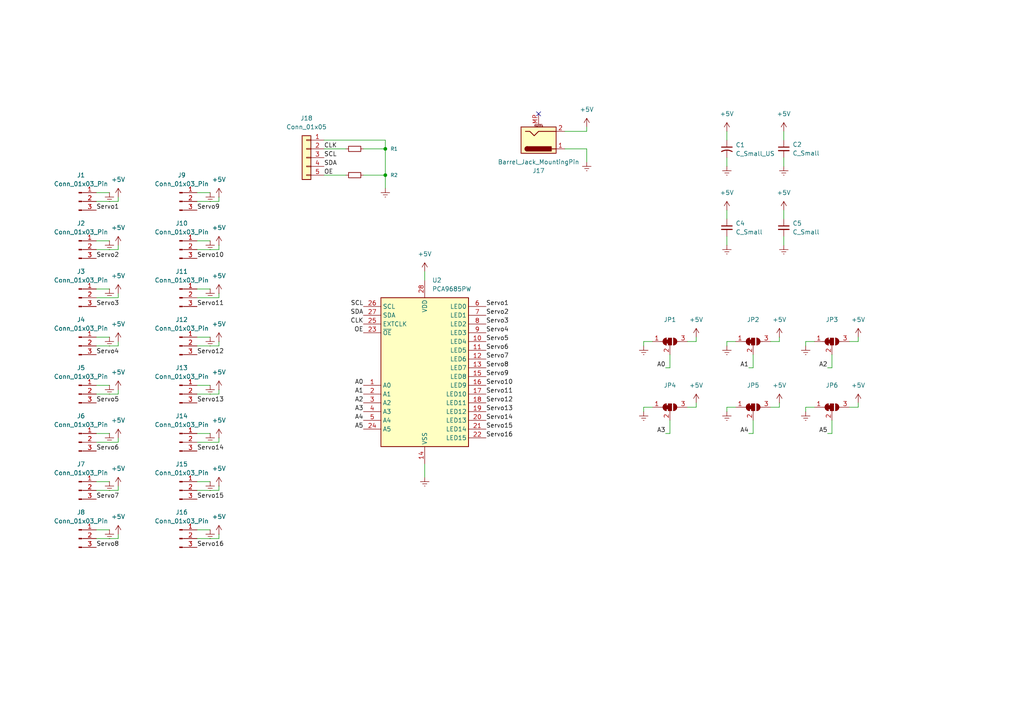
<source format=kicad_sch>
(kicad_sch (version 20250114) (generator "eeschema") (generator_version "9.0")
  (paper "A4")
  (lib_symbols
    (symbol "Connector:Barrel_Jack_MountingPin" (pin_names (hide yes))
      (property "Reference" "J" (at 0 5.334 0))
      (property "Value" "Barrel_Jack_MountingPin" (at 1.27 -6.35 0))
      (symbol "Barrel_Jack_MountingPin_0_1"
        (rectangle (start -5.08 3.81) (end 5.08 -3.81) (stroke (width 0.254)) (fill (type background)))
        (polyline (pts (xy -3.81 -2.54) (xy -2.54 -2.54) (xy -1.27 -1.27) (xy 0 -2.54) (xy 2.54 -2.54) (xy 5.08 -2.54)) (stroke (width 0.254)))
        (arc (start -3.302 1.905) (mid -3.9343 2.54) (end -3.302 3.175) (stroke (width 0.254)))
        (arc (start -3.302 1.905) (mid -3.9343 2.54) (end -3.302 3.175) (stroke (width 0.254)) (fill (type outline)))
        (rectangle (start 3.683 3.175) (end -3.302 1.905) (stroke (width 0.254)) (fill (type outline)))
        (polyline (pts (xy 5.08 2.54) (xy 3.81 2.54)) (stroke (width 0.254)))
      )
      (symbol "Barrel_Jack_MountingPin_1_1"
        (polyline (pts (xy -1.016 -4.572) (xy 1.016 -4.572)) (stroke (width 0.1524)))
        (text "Mounting" (at 0 -4.191 0) (effects (font (size 0.381 0.381))))
        (pin passive line (at 0 -7.62 90) (length 3.048) (name "MountPin") (number "MP"))
        (pin passive line (at 7.62 2.54 180) (length 2.54) (name "~") (number "1"))
        (pin passive line (at 7.62 -2.54 180) (length 2.54) (name "~") (number "2"))
      )
    )
    (symbol "Connector:Conn_01x03_Pin" (pin_names (offset 1.016) (hide yes))
      (property "Reference" "J" (at 0 5.08 0))
      (property "Value" "Conn_01x03_Pin" (at 0 -5.08 0))
      (symbol "Conn_01x03_Pin_1_1"
        (rectangle (start 0.8636 2.667) (end 0 2.413) (stroke (width 0.1524)) (fill (type outline)))
        (rectangle (start 0.8636 0.127) (end 0 -0.127) (stroke (width 0.1524)) (fill (type outline)))
        (rectangle (start 0.8636 -2.413) (end 0 -2.667) (stroke (width 0.1524)) (fill (type outline)))
        (polyline (pts (xy 1.27 2.54) (xy 0.8636 2.54)) (stroke (width 0.1524)))
        (polyline (pts (xy 1.27 0) (xy 0.8636 0)) (stroke (width 0.1524)))
        (polyline (pts (xy 1.27 -2.54) (xy 0.8636 -2.54)) (stroke (width 0.1524)))
        (pin passive line (at 5.08 2.54 180) (length 3.81) (name "Pin_1") (number "1"))
        (pin passive line (at 5.08 0 180) (length 3.81) (name "Pin_2") (number "2"))
        (pin passive line (at 5.08 -2.54 180) (length 3.81) (name "Pin_3") (number "3"))
      )
    )
    (symbol "Connector_Generic:Conn_01x05" (pin_names (offset 1.016) (hide yes))
      (property "Reference" "J" (at 0 7.62 0))
      (property "Value" "Conn_01x05" (at 0 -7.62 0))
      (symbol "Conn_01x05_1_1"
        (rectangle (start -1.27 6.35) (end 1.27 -6.35) (stroke (width 0.254)) (fill (type background)))
        (rectangle (start -1.27 5.207) (end 0 4.953) (stroke (width 0.1524)))
        (rectangle (start -1.27 2.667) (end 0 2.413) (stroke (width 0.1524)))
        (rectangle (start -1.27 0.127) (end 0 -0.127) (stroke (width 0.1524)))
        (rectangle (start -1.27 -2.413) (end 0 -2.667) (stroke (width 0.1524)))
        (rectangle (start -1.27 -4.953) (end 0 -5.207) (stroke (width 0.1524)))
        (pin passive line (at -5.08 5.08 0) (length 3.81) (name "Pin_1") (number "1"))
        (pin passive line (at -5.08 2.54 0) (length 3.81) (name "Pin_2") (number "2"))
        (pin passive line (at -5.08 0 0) (length 3.81) (name "Pin_3") (number "3"))
        (pin passive line (at -5.08 -2.54 0) (length 3.81) (name "Pin_4") (number "4"))
        (pin passive line (at -5.08 -5.08 0) (length 3.81) (name "Pin_5") (number "5"))
      )
    )
    (symbol "Device:C_Small" (pin_numbers (hide yes)) (pin_names (offset 0.254) (hide yes))
      (property "Reference" "C" (at 0.254 1.778 0))
      (property "Value" "C_Small" (at 0.254 -2.032 0))
      (symbol "C_Small_0_1"
        (polyline (pts (xy -1.524 0.508) (xy 1.524 0.508)) (stroke (width 0.3048)))
        (polyline (pts (xy -1.524 -0.508) (xy 1.524 -0.508)) (stroke (width 0.3302)))
      )
      (symbol "C_Small_1_1"
        (pin passive line (at 0 2.54 270) (length 2.032) (name "~") (number "1"))
        (pin passive line (at 0 -2.54 90) (length 2.032) (name "~") (number "2"))
      )
    )
    (symbol "Device:C_Small_US" (pin_numbers (hide yes)) (pin_names (offset 0.254) (hide yes))
      (property "Reference" "C" (at 0.254 1.778 0))
      (property "Value" "C_Small_US" (at 0.254 -2.032 0))
      (symbol "C_Small_US_0_1"
        (polyline (pts (xy -1.524 0.508) (xy 1.524 0.508)) (stroke (width 0.3048)))
        (arc (start -1.524 -0.762) (mid 0 -0.3734) (end 1.524 -0.762) (stroke (width 0.3048)))
      )
      (symbol "C_Small_US_1_1"
        (pin passive line (at 0 2.54 270) (length 2.032) (name "~") (number "1"))
        (pin passive line (at 0 -2.54 90) (length 2.032) (name "~") (number "2"))
      )
    )
    (symbol "Device:R_Small" (pin_numbers (hide yes)) (pin_names (offset 0.254) (hide yes))
      (property "Reference" "R" (at 0 0 90))
      (property "Value" "R_Small" (at 1.778 0 90))
      (symbol "R_Small_0_1"
        (rectangle (start -0.762 1.778) (end 0.762 -1.778) (stroke (width 0.2032)))
      )
      (symbol "R_Small_1_1"
        (pin passive line (at 0 2.54 270) (length 0.762) (name "~") (number "1"))
        (pin passive line (at 0 -2.54 90) (length 0.762) (name "~") (number "2"))
      )
    )
    (symbol "Driver_LED:PCA9685PW"
      (property "Reference" "U" (at -12.7 22.225 0))
      (property "Value" "PCA9685PW" (at 1.27 22.225 0))
      (symbol "PCA9685PW_0_1"
        (rectangle (start -12.7 20.32) (end 12.7 -22.86) (stroke (width 0.254)) (fill (type background)))
      )
      (symbol "PCA9685PW_1_1"
        (pin input line (at -17.78 17.78 0) (length 5.08) (name "SCL") (number "26"))
        (pin bidirectional line (at -17.78 15.24 0) (length 5.08) (name "SDA") (number "27"))
        (pin input line (at -17.78 12.7 0) (length 5.08) (name "EXTCLK") (number "25"))
        (pin input line (at -17.78 10.16 0) (length 5.08) (name "~{OE}") (number "23"))
        (pin input line (at -17.78 -5.08 0) (length 5.08) (name "A0") (number "1"))
        (pin input line (at -17.78 -7.62 0) (length 5.08) (name "A1") (number "2"))
        (pin input line (at -17.78 -10.16 0) (length 5.08) (name "A2") (number "3"))
        (pin input line (at -17.78 -12.7 0) (length 5.08) (name "A3") (number "4"))
        (pin input line (at -17.78 -15.24 0) (length 5.08) (name "A4") (number "5"))
        (pin input line (at -17.78 -17.78 0) (length 5.08) (name "A5") (number "24"))
        (pin power_in line (at 0 25.4 270) (length 5.08) (name "VDD") (number "28"))
        (pin power_in line (at 0 -27.94 90) (length 5.08) (name "VSS") (number "14"))
        (pin output line (at 17.78 17.78 180) (length 5.08) (name "LED0") (number "6"))
        (pin output line (at 17.78 15.24 180) (length 5.08) (name "LED1") (number "7"))
        (pin output line (at 17.78 12.7 180) (length 5.08) (name "LED2") (number "8"))
        (pin output line (at 17.78 10.16 180) (length 5.08) (name "LED3") (number "9"))
        (pin output line (at 17.78 7.62 180) (length 5.08) (name "LED4") (number "10"))
        (pin output line (at 17.78 5.08 180) (length 5.08) (name "LED5") (number "11"))
        (pin output line (at 17.78 2.54 180) (length 5.08) (name "LED6") (number "12"))
        (pin output line (at 17.78 0 180) (length 5.08) (name "LED7") (number "13"))
        (pin output line (at 17.78 -2.54 180) (length 5.08) (name "LED8") (number "15"))
        (pin output line (at 17.78 -5.08 180) (length 5.08) (name "LED9") (number "16"))
        (pin output line (at 17.78 -7.62 180) (length 5.08) (name "LED10") (number "17"))
        (pin output line (at 17.78 -10.16 180) (length 5.08) (name "LED11") (number "18"))
        (pin output line (at 17.78 -12.7 180) (length 5.08) (name "LED12") (number "19"))
        (pin output line (at 17.78 -15.24 180) (length 5.08) (name "LED13") (number "20"))
        (pin output line (at 17.78 -17.78 180) (length 5.08) (name "LED14") (number "21"))
        (pin output line (at 17.78 -20.32 180) (length 5.08) (name "LED15") (number "22"))
      )
    )
    (symbol "Jumper:SolderJumper_3_Bridged12" (pin_names (offset 0) (hide yes)) (in_bom no)
      (property "Reference" "JP" (at -2.54 -2.54 0))
      (property "Value" "SolderJumper_3_Bridged12" (at 0 2.794 0))
      (symbol "SolderJumper_3_Bridged12_0_1"
        (polyline (pts (xy -2.54 0) (xy -2.032 0)))
        (polyline (pts (xy -1.016 1.016) (xy -1.016 -1.016)))
        (rectangle (start -1.016 0.508) (end -0.508 -0.508) (fill (type outline)))
        (arc (start -1.016 -1.016) (mid -2.0276 0) (end -1.016 1.016))
        (arc (start -1.016 -1.016) (mid -2.0276 0) (end -1.016 1.016) (fill (type outline)))
        (rectangle (start -0.508 1.016) (end 0.508 -1.016) (fill (type outline)))
        (polyline (pts (xy 0 -1.27) (xy 0 -1.016)))
        (arc (start 1.016 1.016) (mid 2.0276 0) (end 1.016 -1.016))
        (arc (start 1.016 1.016) (mid 2.0276 0) (end 1.016 -1.016) (fill (type outline)))
        (polyline (pts (xy 1.016 1.016) (xy 1.016 -1.016)))
        (polyline (pts (xy 2.54 0) (xy 2.032 0)))
      )
      (symbol "SolderJumper_3_Bridged12_1_1"
        (pin passive line (at -5.08 0 0) (length 2.54) (name "A") (number "1"))
        (pin passive line (at 0 -3.81 90) (length 2.54) (name "C") (number "2"))
        (pin passive line (at 5.08 0 180) (length 2.54) (name "B") (number "3"))
      )
    )
    (symbol "power:+5V" (power) (pin_numbers (hide yes)) (pin_names (offset 0) (hide yes))
      (property "Value" "+5V" (at 0 3.556 0))
      (symbol "+5V_0_1"
        (polyline (pts (xy -0.762 1.27) (xy 0 2.54)))
        (polyline (pts (xy 0 2.54) (xy 0.762 1.27)))
        (polyline (pts (xy 0 0) (xy 0 2.54)))
      )
      (symbol "+5V_1_1"
        (pin power_in line (at 0 0 90) (length 0) (name "~") (number "1"))
      )
    )
    (symbol "power:Earth" (power) (pin_numbers (hide yes)) (pin_names (offset 0) (hide yes))
      (property "Value" "Earth" (at 0 -3.81 0))
      (symbol "Earth_0_1"
        (polyline (pts (xy -0.635 -1.905) (xy 0.635 -1.905)))
        (polyline (pts (xy -0.127 -2.54) (xy 0.127 -2.54)))
        (polyline (pts (xy 0 -1.27) (xy 0 0)))
        (polyline (pts (xy 1.27 -1.27) (xy -1.27 -1.27)))
      )
      (symbol "Earth_1_1"
        (pin power_in line (at 0 0 270) (length 0) (name "~") (number "1"))
      )
    )
  )
  (junction (at 111.76 43.18))
  (junction (at 111.76 50.8))
  (no_connect (at 156.21 33.02))
  (wire (pts (xy 111.76 54.61) (xy 111.76 50.8)))
  (wire (pts (xy 34.29 114.3) (xy 34.29 113.03)))
  (wire (pts (xy 170.18 46.99) (xy 170.18 43.18)))
  (wire (pts (xy 226.06 116.84) (xy 226.06 118.11)))
  (wire (pts (xy 34.29 100.33) (xy 34.29 99.06)))
  (wire (pts (xy 201.93 116.84) (xy 201.93 118.11)))
  (wire (pts (xy 57.15 153.67) (xy 60.96 153.67)))
  (wire (pts (xy 111.76 50.8) (xy 111.76 43.18)))
  (wire (pts (xy 233.68 119.38) (xy 233.68 118.11)))
  (wire (pts (xy 111.76 43.18) (xy 111.76 40.64)))
  (wire (pts (xy 227.33 60.96) (xy 227.33 63.5)))
  (wire (pts (xy 170.18 38.1) (xy 163.83 38.1)))
  (wire (pts (xy 218.44 125.73) (xy 218.44 121.92)))
  (wire (pts (xy 248.92 116.84) (xy 248.92 118.11)))
  (wire (pts (xy 241.3 125.73) (xy 241.3 121.92)))
  (wire (pts (xy 227.33 45.72) (xy 227.33 48.26)))
  (wire (pts (xy 57.15 139.7) (xy 60.96 139.7)))
  (wire (pts (xy 27.94 156.21) (xy 34.29 156.21)))
  (wire (pts (xy 227.33 68.58) (xy 227.33 71.12)))
  (wire (pts (xy 170.18 36.83) (xy 170.18 38.1)))
  (wire (pts (xy 123.19 134.62) (xy 123.19 138.43)))
  (wire (pts (xy 34.29 86.36) (xy 34.29 85.09)))
  (wire (pts (xy 201.93 118.11) (xy 199.39 118.11)))
  (wire (pts (xy 218.44 106.68) (xy 218.44 102.87)))
  (wire (pts (xy 27.94 128.27) (xy 34.29 128.27)))
  (wire (pts (xy 210.82 60.96) (xy 210.82 63.5)))
  (wire (pts (xy 226.06 99.06) (xy 223.52 99.06)))
  (wire (pts (xy 57.15 55.88) (xy 60.96 55.88)))
  (wire (pts (xy 186.69 100.33) (xy 186.69 99.06)))
  (wire (pts (xy 93.98 40.64) (xy 111.76 40.64)))
  (wire (pts (xy 210.82 38.1) (xy 210.82 40.64)))
  (wire (pts (xy 27.94 69.85) (xy 31.75 69.85)))
  (wire (pts (xy 210.82 99.06) (xy 213.36 99.06)))
  (wire (pts (xy 57.15 58.42) (xy 63.5 58.42)))
  (wire (pts (xy 240.03 106.68) (xy 241.3 106.68)))
  (wire (pts (xy 217.17 125.73) (xy 218.44 125.73)))
  (wire (pts (xy 57.15 111.76) (xy 60.96 111.76)))
  (wire (pts (xy 63.5 128.27) (xy 63.5 127)))
  (wire (pts (xy 201.93 99.06) (xy 199.39 99.06)))
  (wire (pts (xy 63.5 72.39) (xy 63.5 71.12)))
  (wire (pts (xy 57.15 83.82) (xy 60.96 83.82)))
  (wire (pts (xy 34.29 72.39) (xy 34.29 71.12)))
  (wire (pts (xy 57.15 142.24) (xy 63.5 142.24)))
  (wire (pts (xy 63.5 86.36) (xy 63.5 85.09)))
  (wire (pts (xy 201.93 97.79) (xy 201.93 99.06)))
  (wire (pts (xy 210.82 68.58) (xy 210.82 71.12)))
  (wire (pts (xy 210.82 118.11) (xy 213.36 118.11)))
  (wire (pts (xy 27.94 139.7) (xy 31.75 139.7)))
  (wire (pts (xy 27.94 100.33) (xy 34.29 100.33)))
  (wire (pts (xy 57.15 100.33) (xy 63.5 100.33)))
  (wire (pts (xy 27.94 55.88) (xy 31.75 55.88)))
  (wire (pts (xy 27.94 153.67) (xy 31.75 153.67)))
  (wire (pts (xy 93.98 43.18) (xy 100.33 43.18)))
  (wire (pts (xy 27.94 86.36) (xy 34.29 86.36)))
  (wire (pts (xy 123.19 78.74) (xy 123.19 81.28)))
  (wire (pts (xy 186.69 99.06) (xy 189.23 99.06)))
  (wire (pts (xy 27.94 83.82) (xy 31.75 83.82)))
  (wire (pts (xy 34.29 128.27) (xy 34.29 127)))
  (wire (pts (xy 93.98 50.8) (xy 100.33 50.8)))
  (wire (pts (xy 27.94 97.79) (xy 31.75 97.79)))
  (wire (pts (xy 105.41 43.18) (xy 111.76 43.18)))
  (wire (pts (xy 34.29 156.21) (xy 34.29 154.94)))
  (wire (pts (xy 210.82 45.72) (xy 210.82 48.26)))
  (wire (pts (xy 248.92 97.79) (xy 248.92 99.06)))
  (wire (pts (xy 27.94 125.73) (xy 31.75 125.73)))
  (wire (pts (xy 210.82 119.38) (xy 210.82 118.11)))
  (wire (pts (xy 233.68 99.06) (xy 236.22 99.06)))
  (wire (pts (xy 193.04 125.73) (xy 194.31 125.73)))
  (wire (pts (xy 63.5 114.3) (xy 63.5 113.03)))
  (wire (pts (xy 63.5 58.42) (xy 63.5 57.15)))
  (wire (pts (xy 186.69 118.11) (xy 189.23 118.11)))
  (wire (pts (xy 248.92 118.11) (xy 246.38 118.11)))
  (wire (pts (xy 57.15 128.27) (xy 63.5 128.27)))
  (wire (pts (xy 57.15 97.79) (xy 60.96 97.79)))
  (wire (pts (xy 63.5 100.33) (xy 63.5 99.06)))
  (wire (pts (xy 105.41 50.8) (xy 111.76 50.8)))
  (wire (pts (xy 194.31 125.73) (xy 194.31 121.92)))
  (wire (pts (xy 57.15 125.73) (xy 60.96 125.73)))
  (wire (pts (xy 63.5 156.21) (xy 63.5 154.94)))
  (wire (pts (xy 233.68 100.33) (xy 233.68 99.06)))
  (wire (pts (xy 233.68 118.11) (xy 236.22 118.11)))
  (wire (pts (xy 170.18 43.18) (xy 163.83 43.18)))
  (wire (pts (xy 27.94 111.76) (xy 31.75 111.76)))
  (wire (pts (xy 227.33 38.1) (xy 227.33 40.64)))
  (wire (pts (xy 194.31 106.68) (xy 194.31 102.87)))
  (wire (pts (xy 57.15 114.3) (xy 63.5 114.3)))
  (wire (pts (xy 240.03 125.73) (xy 241.3 125.73)))
  (wire (pts (xy 226.06 118.11) (xy 223.52 118.11)))
  (wire (pts (xy 248.92 99.06) (xy 246.38 99.06)))
  (wire (pts (xy 63.5 142.24) (xy 63.5 140.97)))
  (wire (pts (xy 210.82 100.33) (xy 210.82 99.06)))
  (wire (pts (xy 57.15 156.21) (xy 63.5 156.21)))
  (wire (pts (xy 27.94 58.42) (xy 34.29 58.42)))
  (wire (pts (xy 241.3 106.68) (xy 241.3 102.87)))
  (wire (pts (xy 217.17 106.68) (xy 218.44 106.68)))
  (wire (pts (xy 27.94 142.24) (xy 34.29 142.24)))
  (wire (pts (xy 57.15 69.85) (xy 60.96 69.85)))
  (wire (pts (xy 193.04 106.68) (xy 194.31 106.68)))
  (wire (pts (xy 27.94 114.3) (xy 34.29 114.3)))
  (wire (pts (xy 34.29 58.42) (xy 34.29 57.15)))
  (wire (pts (xy 57.15 86.36) (xy 63.5 86.36)))
  (wire (pts (xy 226.06 97.79) (xy 226.06 99.06)))
  (wire (pts (xy 57.15 72.39) (xy 63.5 72.39)))
  (wire (pts (xy 186.69 119.38) (xy 186.69 118.11)))
  (wire (pts (xy 27.94 72.39) (xy 34.29 72.39)))
  (wire (pts (xy 34.29 142.24) (xy 34.29 140.97)))
  (label "Servo9" (at 57.15 60.96 0))
  (label "A1" (at 217.17 106.68 180))
  (label "CLK" (at 93.98 43.18 0))
  (label "Servo6" (at 27.94 130.81 0))
  (label "OE" (at 105.41 96.52 180))
  (label "Servo4" (at 140.97 96.52 0))
  (label "A1" (at 105.41 114.3 180))
  (label "Servo4" (at 27.94 102.87 0))
  (label "A5" (at 240.03 125.73 180))
  (label "Servo2" (at 140.97 91.44 0))
  (label "Servo11" (at 57.15 88.9 0))
  (label "Servo1" (at 140.97 88.9 0))
  (label "Servo2" (at 27.94 74.93 0))
  (label "Servo16" (at 57.15 158.75 0))
  (label "Servo5" (at 27.94 116.84 0))
  (label "Servo5" (at 140.97 99.06 0))
  (label "A4" (at 105.41 121.92 180))
  (label "Servo11" (at 140.97 114.3 0))
  (label "Servo13" (at 57.15 116.84 0))
  (label "CLK" (at 105.41 93.98 180))
  (label "Servo14" (at 57.15 130.81 0))
  (label "Servo10" (at 57.15 74.93 0))
  (label "Servo6" (at 140.97 101.6 0))
  (label "Servo8" (at 27.94 158.75 0))
  (label "A2" (at 105.41 116.84 180))
  (label "Servo3" (at 140.97 93.98 0))
  (label "Servo14" (at 140.97 121.92 0))
  (label "Servo10" (at 140.97 111.76 0))
  (label "Servo8" (at 140.97 106.68 0))
  (label "Servo12" (at 57.15 102.87 0))
  (label "Servo3" (at 27.94 88.9 0))
  (label "A2" (at 240.03 106.68 180))
  (label "Servo16" (at 140.97 127 0))
  (label "A0" (at 193.04 106.68 180))
  (label "SDA" (at 105.41 91.44 180))
  (label "Servo7" (at 27.94 144.78 0))
  (label "OE" (at 93.98 50.8 0))
  (label "SCL" (at 93.98 45.72 0))
  (label "Servo13" (at 140.97 119.38 0))
  (label "A5" (at 105.41 124.46 180))
  (label "SCL" (at 105.41 88.9 180))
  (label "SDA" (at 93.98 48.26 0))
  (label "A0" (at 105.41 111.76 180))
  (label "Servo15" (at 57.15 144.78 0))
  (label "A3" (at 193.04 125.73 180))
  (label "A3" (at 105.41 119.38 180))
  (label "Servo1" (at 27.94 60.96 0))
  (label "Servo9" (at 140.97 109.22 0))
  (label "Servo12" (at 140.97 116.84 0))
  (label "Servo7" (at 140.97 104.14 0))
  (label "A4" (at 217.17 125.73 180))
  (label "Servo15" (at 140.97 124.46 0))
  (symbol (lib_id "power:Earth") (at 227.33 48.26 0) (unit 1)
    (property "Reference" "#PWR020" (effects (hide yes)))
    (property "Value" "Earth" (effects (hide yes)))
    (property "Description" "Power symbol creates a global label with name \"Earth\"" (effects (hide yes)))
  )
  (symbol (lib_id "power:+5V") (at 34.29 57.15 0) (unit 1)
    (property "Reference" "#PWR09" (effects (hide yes)))
    (property "Value" "+5V" (at 34.29 52.07 0))
    (property "Description" "Power symbol creates a global label with name \"+5V\"" (effects (hide yes)))
  )
  (symbol (lib_id "Device:R_Small") (at 102.87 43.18 90) (unit 1)
    (property "Reference" "R1" (at 114.3 43.18 90) (effects (font (size 1.016 1.016))))
    (property "Value" "R_Small" (effects (hide yes)))
    (property "Footprint" "Resistor_SMD:R_0603_1608Metric_Pad0.98x0.95mm_HandSolder" (effects (hide yes)))
    (property "Description" "Resistor, small symbol" (effects (hide yes)))
  )
  (symbol (lib_id "Device:C_Small") (at 227.33 66.04 0) (unit 1)
    (property "Reference" "C5" (at 229.87 64.7762 0) (effects (justify left)))
    (property "Value" "C_Small" (at 229.87 67.3162 0) (effects (justify left)))
    (property "Footprint" "Capacitor_SMD:C_1206_3216Metric_Pad1.33x1.80mm_HandSolder" (effects (hide yes)))
    (property "Description" "Unpolarized capacitor, small symbol" (effects (hide yes)))
  )
  (symbol (lib_id "Connector:Conn_01x03_Pin") (at 52.07 86.36 0) (unit 1)
    (property "Reference" "J11" (at 52.705 78.74 0))
    (property "Value" "Conn_01x03_Pin" (at 52.705 81.28 0))
    (property "Footprint" "Connector_PinHeader_2.54mm:PinHeader_1x03_P2.54mm_Vertical" (effects (hide yes)))
    (property "Description" "Generic connector, single row, 01x03, script generated" (effects (hide yes)))
  )
  (symbol (lib_id "power:Earth") (at 31.75 111.76 0) (unit 1)
    (property "Reference" "#PWR05" (effects (hide yes)))
    (property "Value" "Earth" (effects (hide yes)))
    (property "Description" "Power symbol creates a global label with name \"Earth\"" (effects (hide yes)))
  )
  (symbol (lib_id "Connector:Conn_01x03_Pin") (at 52.07 58.42 0) (unit 1)
    (property "Reference" "J9" (at 52.705 50.8 0))
    (property "Value" "Conn_01x03_Pin" (at 52.705 53.34 0))
    (property "Footprint" "Connector_PinHeader_2.54mm:PinHeader_1x03_P2.54mm_Vertical" (effects (hide yes)))
    (property "Description" "Generic connector, single row, 01x03, script generated" (effects (hide yes)))
  )
  (symbol (lib_id "Connector:Conn_01x03_Pin") (at 52.07 114.3 0) (unit 1)
    (property "Reference" "J13" (at 52.705 106.68 0))
    (property "Value" "Conn_01x03_Pin" (at 52.705 109.22 0))
    (property "Footprint" "Connector_PinHeader_2.54mm:PinHeader_1x03_P2.54mm_Vertical" (effects (hide yes)))
    (property "Description" "Generic connector, single row, 01x03, script generated" (effects (hide yes)))
  )
  (symbol (lib_id "power:+5V") (at 34.29 71.12 0) (unit 1)
    (property "Reference" "#PWR010" (effects (hide yes)))
    (property "Value" "+5V" (at 34.29 66.04 0))
    (property "Description" "Power symbol creates a global label with name \"+5V\"" (effects (hide yes)))
  )
  (symbol (lib_id "power:Earth") (at 60.96 139.7 0) (unit 1)
    (property "Reference" "#PWR041" (effects (hide yes)))
    (property "Value" "Earth" (effects (hide yes)))
    (property "Description" "Power symbol creates a global label with name \"Earth\"" (effects (hide yes)))
  )
  (symbol (lib_id "power:+5V") (at 63.5 99.06 0) (unit 1)
    (property "Reference" "#PWR046" (effects (hide yes)))
    (property "Value" "+5V" (at 63.5 93.98 0))
    (property "Description" "Power symbol creates a global label with name \"+5V\"" (effects (hide yes)))
  )
  (symbol (lib_id "power:+5V") (at 34.29 127 0) (unit 1)
    (property "Reference" "#PWR014" (effects (hide yes)))
    (property "Value" "+5V" (at 34.29 121.92 0))
    (property "Description" "Power symbol creates a global label with name \"+5V\"" (effects (hide yes)))
  )
  (symbol (lib_id "power:Earth") (at 31.75 97.79 0) (unit 1)
    (property "Reference" "#PWR04" (effects (hide yes)))
    (property "Value" "Earth" (effects (hide yes)))
    (property "Description" "Power symbol creates a global label with name \"Earth\"" (effects (hide yes)))
  )
  (symbol (lib_id "power:+5V") (at 34.29 85.09 0) (unit 1)
    (property "Reference" "#PWR011" (effects (hide yes)))
    (property "Value" "+5V" (at 34.29 80.01 0))
    (property "Description" "Power symbol creates a global label with name \"+5V\"" (effects (hide yes)))
  )
  (symbol (lib_id "power:+5V") (at 248.92 97.79 0) (unit 1)
    (property "Reference" "#PWR054" (effects (hide yes)))
    (property "Value" "+5V" (at 248.92 92.71 0))
    (property "Description" "Power symbol creates a global label with name \"+5V\"" (effects (hide yes)))
  )
  (symbol (lib_id "power:+5V") (at 34.29 113.03 0) (unit 1)
    (property "Reference" "#PWR013" (effects (hide yes)))
    (property "Value" "+5V" (at 34.29 107.95 0))
    (property "Description" "Power symbol creates a global label with name \"+5V\"" (effects (hide yes)))
  )
  (symbol (lib_id "Connector:Conn_01x03_Pin") (at 22.86 72.39 0) (unit 1)
    (property "Reference" "J2" (at 23.495 64.77 0))
    (property "Value" "Conn_01x03_Pin" (at 23.495 67.31 0))
    (property "Footprint" "Connector_PinHeader_2.54mm:PinHeader_1x03_P2.54mm_Vertical" (effects (hide yes)))
    (property "Description" "Generic connector, single row, 01x03, script generated" (effects (hide yes)))
  )
  (symbol (lib_id "Device:C_Small") (at 227.33 43.18 0) (unit 1)
    (property "Reference" "C2" (at 229.87 41.9162 0) (effects (justify left)))
    (property "Value" "C_Small" (at 229.87 44.4562 0) (effects (justify left)))
    (property "Footprint" "Capacitor_SMD:C_0603_1608Metric_Pad1.08x0.95mm_HandSolder" (effects (hide yes)))
    (property "Description" "Unpolarized capacitor, small symbol" (effects (hide yes)))
  )
  (symbol (lib_id "power:Earth") (at 186.69 119.38 0) (unit 1)
    (property "Reference" "#PWR055" (effects (hide yes)))
    (property "Value" "Earth" (effects (hide yes)))
    (property "Description" "Power symbol creates a global label with name \"Earth\"" (effects (hide yes)))
  )
  (symbol (lib_id "power:Earth") (at 111.76 54.61 0) (mirror y) (unit 1)
    (property "Reference" "#PWR028" (effects (hide yes)))
    (property "Value" "Earth" (effects (hide yes)))
    (property "Description" "Power symbol creates a global label with name \"Earth\"" (effects (hide yes)))
  )
  (symbol (lib_id "power:Earth") (at 210.82 119.38 0) (unit 1)
    (property "Reference" "#PWR057" (effects (hide yes)))
    (property "Value" "Earth" (effects (hide yes)))
    (property "Description" "Power symbol creates a global label with name \"Earth\"" (effects (hide yes)))
  )
  (symbol (lib_id "power:Earth") (at 170.18 46.99 0) (unit 1)
    (property "Reference" "#PWR025" (effects (hide yes)))
    (property "Value" "Earth" (effects (hide yes)))
    (property "Description" "Power symbol creates a global label with name \"Earth\"" (effects (hide yes)))
  )
  (symbol (lib_id "power:+5V") (at 63.5 71.12 0) (unit 1)
    (property "Reference" "#PWR044" (effects (hide yes)))
    (property "Value" "+5V" (at 63.5 66.04 0))
    (property "Description" "Power symbol creates a global label with name \"+5V\"" (effects (hide yes)))
  )
  (symbol (lib_id "Connector:Barrel_Jack_MountingPin") (at 156.21 40.64 0) (mirror x) (unit 1)
    (property "Reference" "J17" (at 156.21 49.53 0))
    (property "Value" "Barrel_Jack_MountingPin" (at 156.21 46.99 0))
    (property "Footprint" "Connector_BarrelJack:BarrelJack_Horizontal" (effects (hide yes)))
    (property "Description" "DC Barrel Jack with a mounting pin" (effects (hide yes)))
  )
  (symbol (lib_id "power:Earth") (at 31.75 83.82 0) (unit 1)
    (property "Reference" "#PWR03" (effects (hide yes)))
    (property "Value" "Earth" (effects (hide yes)))
    (property "Description" "Power symbol creates a global label with name \"Earth\"" (effects (hide yes)))
  )
  (symbol (lib_id "Driver_LED:PCA9685PW") (at 123.19 106.68 0) (unit 1)
    (property "Reference" "U2" (at 125.3333 81.28 0) (effects (justify left)))
    (property "Value" "PCA9685PW" (at 125.3333 83.82 0) (effects (justify left)))
    (property "Footprint" "Package_SO:TSSOP-28_4.4x9.7mm_P0.65mm" (effects (hide yes)))
    (property "Datasheet" "http://www.nxp.com/docs/en/data-sheet/PCA9685.pdf" (effects (hide yes)))
    (property "Description" "16-channel 12-bit PWM Fm+ I2C-bus LED controller RGBA TSSOP" (effects (hide yes)))
  )
  (symbol (lib_id "power:Earth") (at 60.96 69.85 0) (unit 1)
    (property "Reference" "#PWR036" (effects (hide yes)))
    (property "Value" "Earth" (effects (hide yes)))
    (property "Description" "Power symbol creates a global label with name \"Earth\"" (effects (hide yes)))
  )
  (symbol (lib_id "power:+5V") (at 34.29 99.06 0) (unit 1)
    (property "Reference" "#PWR012" (effects (hide yes)))
    (property "Value" "+5V" (at 34.29 93.98 0))
    (property "Description" "Power symbol creates a global label with name \"+5V\"" (effects (hide yes)))
  )
  (symbol (lib_id "power:+5V") (at 63.5 113.03 0) (unit 1)
    (property "Reference" "#PWR047" (effects (hide yes)))
    (property "Value" "+5V" (at 63.5 107.95 0))
    (property "Description" "Power symbol creates a global label with name \"+5V\"" (effects (hide yes)))
  )
  (symbol (lib_id "Connector:Conn_01x03_Pin") (at 22.86 100.33 0) (unit 1)
    (property "Reference" "J4" (at 23.495 92.71 0))
    (property "Value" "Conn_01x03_Pin" (at 23.495 95.25 0))
    (property "Footprint" "Connector_PinHeader_2.54mm:PinHeader_1x03_P2.54mm_Vertical" (effects (hide yes)))
    (property "Description" "Generic connector, single row, 01x03, script generated" (effects (hide yes)))
  )
  (symbol (lib_id "power:Earth") (at 210.82 48.26 0) (unit 1)
    (property "Reference" "#PWR019" (effects (hide yes)))
    (property "Value" "Earth" (effects (hide yes)))
    (property "Description" "Power symbol creates a global label with name \"Earth\"" (effects (hide yes)))
  )
  (symbol (lib_id "power:Earth") (at 227.33 71.12 0) (unit 1)
    (property "Reference" "#PWR034" (effects (hide yes)))
    (property "Value" "Earth" (effects (hide yes)))
    (property "Description" "Power symbol creates a global label with name \"Earth\"" (effects (hide yes)))
  )
  (symbol (lib_id "power:+5V") (at 123.19 78.74 0) (unit 1)
    (property "Reference" "#PWR023" (effects (hide yes)))
    (property "Value" "+5V" (at 123.19 73.66 0))
    (property "Description" "Power symbol creates a global label with name \"+5V\"" (effects (hide yes)))
  )
  (symbol (lib_id "Connector:Conn_01x03_Pin") (at 22.86 128.27 0) (unit 1)
    (property "Reference" "J6" (at 23.495 120.65 0))
    (property "Value" "Conn_01x03_Pin" (at 23.495 123.19 0))
    (property "Footprint" "Connector_PinHeader_2.54mm:PinHeader_1x03_P2.54mm_Vertical" (effects (hide yes)))
    (property "Description" "Generic connector, single row, 01x03, script generated" (effects (hide yes)))
  )
  (symbol (lib_id "power:+5V") (at 227.33 60.96 0) (unit 1)
    (property "Reference" "#PWR033" (effects (hide yes)))
    (property "Value" "+5V" (at 227.33 55.88 0))
    (property "Description" "Power symbol creates a global label with name \"+5V\"" (effects (hide yes)))
  )
  (symbol (lib_id "power:Earth") (at 186.69 100.33 0) (unit 1)
    (property "Reference" "#PWR029" (effects (hide yes)))
    (property "Value" "Earth" (effects (hide yes)))
    (property "Description" "Power symbol creates a global label with name \"Earth\"" (effects (hide yes)))
  )
  (symbol (lib_id "power:+5V") (at 63.5 140.97 0) (unit 1)
    (property "Reference" "#PWR049" (effects (hide yes)))
    (property "Value" "+5V" (at 63.5 135.89 0))
    (property "Description" "Power symbol creates a global label with name \"+5V\"" (effects (hide yes)))
  )
  (symbol (lib_id "power:Earth") (at 60.96 97.79 0) (unit 1)
    (property "Reference" "#PWR038" (effects (hide yes)))
    (property "Value" "Earth" (effects (hide yes)))
    (property "Description" "Power symbol creates a global label with name \"Earth\"" (effects (hide yes)))
  )
  (symbol (lib_id "power:+5V") (at 63.5 154.94 0) (unit 1)
    (property "Reference" "#PWR050" (effects (hide yes)))
    (property "Value" "+5V" (at 63.5 149.86 0))
    (property "Description" "Power symbol creates a global label with name \"+5V\"" (effects (hide yes)))
  )
  (symbol (lib_id "power:+5V") (at 170.18 36.83 0) (unit 1)
    (property "Reference" "#PWR026" (effects (hide yes)))
    (property "Value" "+5V" (at 170.18 31.75 0))
    (property "Description" "Power symbol creates a global label with name \"+5V\"" (effects (hide yes)))
  )
  (symbol (lib_id "Connector:Conn_01x03_Pin") (at 52.07 128.27 0) (unit 1)
    (property "Reference" "J14" (at 52.705 120.65 0))
    (property "Value" "Conn_01x03_Pin" (at 52.705 123.19 0))
    (property "Footprint" "Connector_PinHeader_2.54mm:PinHeader_1x03_P2.54mm_Vertical" (effects (hide yes)))
    (property "Description" "Generic connector, single row, 01x03, script generated" (effects (hide yes)))
  )
  (symbol (lib_id "Connector:Conn_01x03_Pin") (at 52.07 100.33 0) (unit 1)
    (property "Reference" "J12" (at 52.705 92.71 0))
    (property "Value" "Conn_01x03_Pin" (at 52.705 95.25 0))
    (property "Footprint" "Connector_PinHeader_2.54mm:PinHeader_1x03_P2.54mm_Vertical" (effects (hide yes)))
    (property "Description" "Generic connector, single row, 01x03, script generated" (effects (hide yes)))
  )
  (symbol (lib_id "power:+5V") (at 63.5 127 0) (unit 1)
    (property "Reference" "#PWR048" (effects (hide yes)))
    (property "Value" "+5V" (at 63.5 121.92 0))
    (property "Description" "Power symbol creates a global label with name \"+5V\"" (effects (hide yes)))
  )
  (symbol (lib_id "power:+5V") (at 201.93 97.79 0) (unit 1)
    (property "Reference" "#PWR030" (effects (hide yes)))
    (property "Value" "+5V" (at 201.93 92.71 0))
    (property "Description" "Power symbol creates a global label with name \"+5V\"" (effects (hide yes)))
  )
  (symbol (lib_id "power:+5V") (at 34.29 140.97 0) (unit 1)
    (property "Reference" "#PWR015" (effects (hide yes)))
    (property "Value" "+5V" (at 34.29 135.89 0))
    (property "Description" "Power symbol creates a global label with name \"+5V\"" (effects (hide yes)))
  )
  (symbol (lib_id "Connector:Conn_01x03_Pin") (at 52.07 156.21 0) (unit 1)
    (property "Reference" "J16" (at 52.705 148.59 0))
    (property "Value" "Conn_01x03_Pin" (at 52.705 151.13 0))
    (property "Footprint" "Connector_PinHeader_2.54mm:PinHeader_1x03_P2.54mm_Vertical" (effects (hide yes)))
    (property "Description" "Generic connector, single row, 01x03, script generated" (effects (hide yes)))
  )
  (symbol (lib_id "power:Earth") (at 31.75 55.88 0) (unit 1)
    (property "Reference" "#PWR01" (effects (hide yes)))
    (property "Value" "Earth" (effects (hide yes)))
    (property "Description" "Power symbol creates a global label with name \"Earth\"" (effects (hide yes)))
  )
  (symbol (lib_id "Device:C_Small_US") (at 210.82 43.18 0) (unit 1)
    (property "Reference" "C1" (at 213.36 42.0369 0) (effects (justify left)))
    (property "Value" "C_Small_US" (at 213.36 44.5769 0) (effects (justify left)))
    (property "Footprint" "Capacitor_THT:C_Radial_D8.0mm_H11.5mm_P3.50mm" (effects (hide yes)))
    (property "Description" "capacitor, small US symbol" (effects (hide yes)))
  )
  (symbol (lib_id "Jumper:SolderJumper_3_Bridged12") (at 218.44 99.06 0) (unit 1) (in_bom no)
    (property "Reference" "JP2" (at 218.44 92.71 0))
    (property "Value" "Jumper:SolderJumper-3_P1.3mm_Bridged12_RoundedPad1.0x1.5mm" (effects (hide yes)))
    (property "Footprint" "Jumper:SolderJumper-3_P1.3mm_Bridged12_RoundedPad1.0x1.5mm" (effects (hide yes)))
    (property "Description" "3-pole Solder Jumper, pins 1+2 closed/bridged" (effects (hide yes)))
  )
  (symbol (lib_id "power:Earth") (at 233.68 119.38 0) (unit 1)
    (property "Reference" "#PWR059" (effects (hide yes)))
    (property "Value" "Earth" (effects (hide yes)))
    (property "Description" "Power symbol creates a global label with name \"Earth\"" (effects (hide yes)))
  )
  (symbol (lib_id "power:+5V") (at 201.93 116.84 0) (unit 1)
    (property "Reference" "#PWR056" (effects (hide yes)))
    (property "Value" "+5V" (at 201.93 111.76 0))
    (property "Description" "Power symbol creates a global label with name \"+5V\"" (effects (hide yes)))
  )
  (symbol (lib_id "power:Earth") (at 210.82 100.33 0) (unit 1)
    (property "Reference" "#PWR051" (effects (hide yes)))
    (property "Value" "Earth" (effects (hide yes)))
    (property "Description" "Power symbol creates a global label with name \"Earth\"" (effects (hide yes)))
  )
  (symbol (lib_id "Connector:Conn_01x03_Pin") (at 22.86 86.36 0) (unit 1)
    (property "Reference" "J3" (at 23.495 78.74 0))
    (property "Value" "Conn_01x03_Pin" (at 23.495 81.28 0))
    (property "Footprint" "Connector_PinHeader_2.54mm:PinHeader_1x03_P2.54mm_Vertical" (effects (hide yes)))
    (property "Description" "Generic connector, single row, 01x03, script generated" (effects (hide yes)))
  )
  (symbol (lib_id "Jumper:SolderJumper_3_Bridged12") (at 194.31 118.11 0) (unit 1) (in_bom no)
    (property "Reference" "JP4" (at 194.31 111.76 0))
    (property "Value" "Jumper:SolderJumper-3_P1.3mm_Bridged12_RoundedPad1.0x1.5mm" (effects (hide yes)))
    (property "Footprint" "Jumper:SolderJumper-3_P1.3mm_Bridged12_RoundedPad1.0x1.5mm" (effects (hide yes)))
    (property "Description" "3-pole Solder Jumper, pins 1+2 closed/bridged" (effects (hide yes)))
  )
  (symbol (lib_id "Connector:Conn_01x03_Pin") (at 22.86 114.3 0) (unit 1)
    (property "Reference" "J5" (at 23.495 106.68 0))
    (property "Value" "Conn_01x03_Pin" (at 23.495 109.22 0))
    (property "Footprint" "Connector_PinHeader_2.54mm:PinHeader_1x03_P2.54mm_Vertical" (effects (hide yes)))
    (property "Description" "Generic connector, single row, 01x03, script generated" (effects (hide yes)))
  )
  (symbol (lib_id "power:Earth") (at 60.96 125.73 0) (unit 1)
    (property "Reference" "#PWR040" (effects (hide yes)))
    (property "Value" "Earth" (effects (hide yes)))
    (property "Description" "Power symbol creates a global label with name \"Earth\"" (effects (hide yes)))
  )
  (symbol (lib_id "Jumper:SolderJumper_3_Bridged12") (at 194.31 99.06 0) (unit 1) (in_bom no)
    (property "Reference" "JP1" (at 194.31 92.71 0))
    (property "Value" "Jumper:SolderJumper-3_P1.3mm_Bridged12_RoundedPad1.0x1.5mm" (effects (hide yes)))
    (property "Footprint" "Jumper:SolderJumper-3_P1.3mm_Bridged12_RoundedPad1.0x1.5mm" (effects (hide yes)))
    (property "Description" "3-pole Solder Jumper, pins 1+2 closed/bridged" (effects (hide yes)))
  )
  (symbol (lib_id "power:+5V") (at 63.5 85.09 0) (unit 1)
    (property "Reference" "#PWR045" (effects (hide yes)))
    (property "Value" "+5V" (at 63.5 80.01 0))
    (property "Description" "Power symbol creates a global label with name \"+5V\"" (effects (hide yes)))
  )
  (symbol (lib_id "Connector:Conn_01x03_Pin") (at 22.86 156.21 0) (unit 1)
    (property "Reference" "J8" (at 23.495 148.59 0))
    (property "Value" "Conn_01x03_Pin" (at 23.495 151.13 0))
    (property "Footprint" "Connector_PinHeader_2.54mm:PinHeader_1x03_P2.54mm_Vertical" (effects (hide yes)))
    (property "Description" "Generic connector, single row, 01x03, script generated" (effects (hide yes)))
  )
  (symbol (lib_id "Connector:Conn_01x03_Pin") (at 52.07 142.24 0) (unit 1)
    (property "Reference" "J15" (at 52.705 134.62 0))
    (property "Value" "Conn_01x03_Pin" (at 52.705 137.16 0))
    (property "Footprint" "Connector_PinHeader_2.54mm:PinHeader_1x03_P2.54mm_Vertical" (effects (hide yes)))
    (property "Description" "Generic connector, single row, 01x03, script generated" (effects (hide yes)))
  )
  (symbol (lib_id "power:+5V") (at 226.06 116.84 0) (unit 1)
    (property "Reference" "#PWR058" (effects (hide yes)))
    (property "Value" "+5V" (at 226.06 111.76 0))
    (property "Description" "Power symbol creates a global label with name \"+5V\"" (effects (hide yes)))
  )
  (symbol (lib_id "power:Earth") (at 31.75 69.85 0) (unit 1)
    (property "Reference" "#PWR02" (effects (hide yes)))
    (property "Value" "Earth" (effects (hide yes)))
    (property "Description" "Power symbol creates a global label with name \"Earth\"" (effects (hide yes)))
  )
  (symbol (lib_id "Connector_Generic:Conn_01x05") (at 88.9 45.72 0) (mirror y) (unit 1)
    (property "Reference" "J18" (at 88.9 34.29 0))
    (property "Value" "Conn_01x05" (at 88.9 36.83 0))
    (property "Footprint" "Connector_PinHeader_2.54mm:PinHeader_1x05_P2.54mm_Vertical" (effects (hide yes)))
    (property "Description" "Generic connector, single row, 01x05, script generated (kicad-library-utils/schlib/autogen/connector/)" (effects (hide yes)))
  )
  (symbol (lib_id "power:Earth") (at 31.75 139.7 0) (unit 1)
    (property "Reference" "#PWR07" (effects (hide yes)))
    (property "Value" "Earth" (effects (hide yes)))
    (property "Description" "Power symbol creates a global label with name \"Earth\"" (effects (hide yes)))
  )
  (symbol (lib_id "power:Earth") (at 233.68 100.33 0) (unit 1)
    (property "Reference" "#PWR053" (effects (hide yes)))
    (property "Value" "Earth" (effects (hide yes)))
    (property "Description" "Power symbol creates a global label with name \"Earth\"" (effects (hide yes)))
  )
  (symbol (lib_id "power:Earth") (at 60.96 111.76 0) (unit 1)
    (property "Reference" "#PWR039" (effects (hide yes)))
    (property "Value" "Earth" (effects (hide yes)))
    (property "Description" "Power symbol creates a global label with name \"Earth\"" (effects (hide yes)))
  )
  (symbol (lib_id "Connector:Conn_01x03_Pin") (at 22.86 58.42 0) (unit 1)
    (property "Reference" "J1" (at 23.495 50.8 0))
    (property "Value" "Conn_01x03_Pin" (at 23.495 53.34 0))
    (property "Footprint" "Connector_PinHeader_2.54mm:PinHeader_1x03_P2.54mm_Vertical" (effects (hide yes)))
    (property "Description" "Generic connector, single row, 01x03, script generated" (effects (hide yes)))
  )
  (symbol (lib_id "power:+5V") (at 210.82 38.1 0) (unit 1)
    (property "Reference" "#PWR017" (effects (hide yes)))
    (property "Value" "+5V" (at 210.82 33.02 0))
    (property "Description" "Power symbol creates a global label with name \"+5V\"" (effects (hide yes)))
  )
  (symbol (lib_id "power:+5V") (at 34.29 154.94 0) (unit 1)
    (property "Reference" "#PWR016" (effects (hide yes)))
    (property "Value" "+5V" (at 34.29 149.86 0))
    (property "Description" "Power symbol creates a global label with name \"+5V\"" (effects (hide yes)))
  )
  (symbol (lib_id "Device:R_Small") (at 102.87 50.8 90) (unit 1)
    (property "Reference" "R2" (at 114.3 50.8 90) (effects (font (size 1.016 1.016))))
    (property "Value" "R_Small" (effects (hide yes)))
    (property "Footprint" "Resistor_SMD:R_0603_1608Metric_Pad0.98x0.95mm_HandSolder" (effects (hide yes)))
    (property "Description" "Resistor, small symbol" (effects (hide yes)))
  )
  (symbol (lib_id "power:+5V") (at 63.5 57.15 0) (unit 1)
    (property "Reference" "#PWR043" (effects (hide yes)))
    (property "Value" "+5V" (at 63.5 52.07 0))
    (property "Description" "Power symbol creates a global label with name \"+5V\"" (effects (hide yes)))
  )
  (symbol (lib_id "power:Earth") (at 60.96 153.67 0) (unit 1)
    (property "Reference" "#PWR042" (effects (hide yes)))
    (property "Value" "Earth" (effects (hide yes)))
    (property "Description" "Power symbol creates a global label with name \"Earth\"" (effects (hide yes)))
  )
  (symbol (lib_id "power:Earth") (at 31.75 153.67 0) (unit 1)
    (property "Reference" "#PWR08" (effects (hide yes)))
    (property "Value" "Earth" (effects (hide yes)))
    (property "Description" "Power symbol creates a global label with name \"Earth\"" (effects (hide yes)))
  )
  (symbol (lib_id "power:Earth") (at 60.96 55.88 0) (unit 1)
    (property "Reference" "#PWR035" (effects (hide yes)))
    (property "Value" "Earth" (effects (hide yes)))
    (property "Description" "Power symbol creates a global label with name \"Earth\"" (effects (hide yes)))
  )
  (symbol (lib_id "power:+5V") (at 210.82 60.96 0) (unit 1)
    (property "Reference" "#PWR031" (effects (hide yes)))
    (property "Value" "+5V" (at 210.82 55.88 0))
    (property "Description" "Power symbol creates a global label with name \"+5V\"" (effects (hide yes)))
  )
  (symbol (lib_id "Jumper:SolderJumper_3_Bridged12") (at 218.44 118.11 0) (unit 1) (in_bom no)
    (property "Reference" "JP5" (at 218.44 111.76 0))
    (property "Value" "Jumper:SolderJumper-3_P1.3mm_Bridged12_RoundedPad1.0x1.5mm" (effects (hide yes)))
    (property "Footprint" "Jumper:SolderJumper-3_P1.3mm_Bridged12_RoundedPad1.0x1.5mm" (effects (hide yes)))
    (property "Description" "3-pole Solder Jumper, pins 1+2 closed/bridged" (effects (hide yes)))
  )
  (symbol (lib_id "Jumper:SolderJumper_3_Bridged12") (at 241.3 99.06 0) (unit 1) (in_bom no)
    (property "Reference" "JP3" (at 241.3 92.71 0))
    (property "Value" "Jumper:SolderJumper-3_P1.3mm_Bridged12_RoundedPad1.0x1.5mm" (effects (hide yes)))
    (property "Footprint" "Jumper:SolderJumper-3_P1.3mm_Bridged12_RoundedPad1.0x1.5mm" (effects (hide yes)))
    (property "Description" "3-pole Solder Jumper, pins 1+2 closed/bridged" (effects (hide yes)))
  )
  (symbol (lib_id "Connector:Conn_01x03_Pin") (at 22.86 142.24 0) (unit 1)
    (property "Reference" "J7" (at 23.495 134.62 0))
    (property "Value" "Conn_01x03_Pin" (at 23.495 137.16 0))
    (property "Footprint" "Connector_PinHeader_2.54mm:PinHeader_1x03_P2.54mm_Vertical" (effects (hide yes)))
    (property "Description" "Generic connector, single row, 01x03, script generated" (effects (hide yes)))
  )
  (symbol (lib_id "Device:C_Small") (at 210.82 66.04 0) (unit 1)
    (property "Reference" "C4" (at 213.36 64.7762 0) (effects (justify left)))
    (property "Value" "C_Small" (at 213.36 67.3162 0) (effects (justify left)))
    (property "Footprint" "Capacitor_SMD:C_1206_3216Metric_Pad1.33x1.80mm_HandSolder" (effects (hide yes)))
    (property "Description" "Unpolarized capacitor, small symbol" (effects (hide yes)))
  )
  (symbol (lib_id "Connector:Conn_01x03_Pin") (at 52.07 72.39 0) (unit 1)
    (property "Reference" "J10" (at 52.705 64.77 0))
    (property "Value" "Conn_01x03_Pin" (at 52.705 67.31 0))
    (property "Footprint" "Connector_PinHeader_2.54mm:PinHeader_1x03_P2.54mm_Vertical" (effects (hide yes)))
    (property "Description" "Generic connector, single row, 01x03, script generated" (effects (hide yes)))
  )
  (symbol (lib_id "power:Earth") (at 210.82 71.12 0) (unit 1)
    (property "Reference" "#PWR032" (effects (hide yes)))
    (property "Value" "Earth" (effects (hide yes)))
    (property "Description" "Power symbol creates a global label with name \"Earth\"" (effects (hide yes)))
  )
  (symbol (lib_id "power:+5V") (at 226.06 97.79 0) (unit 1)
    (property "Reference" "#PWR052" (effects (hide yes)))
    (property "Value" "+5V" (at 226.06 92.71 0))
    (property "Description" "Power symbol creates a global label with name \"+5V\"" (effects (hide yes)))
  )
  (symbol (lib_id "power:+5V") (at 227.33 38.1 0) (unit 1)
    (property "Reference" "#PWR018" (effects (hide yes)))
    (property "Value" "+5V" (at 227.33 33.02 0))
    (property "Description" "Power symbol creates a global label with name \"+5V\"" (effects (hide yes)))
  )
  (symbol (lib_id "power:+5V") (at 248.92 116.84 0) (unit 1)
    (property "Reference" "#PWR060" (effects (hide yes)))
    (property "Value" "+5V" (at 248.92 111.76 0))
    (property "Description" "Power symbol creates a global label with name \"+5V\"" (effects (hide yes)))
  )
  (symbol (lib_id "Jumper:SolderJumper_3_Bridged12") (at 241.3 118.11 0) (unit 1) (in_bom no)
    (property "Reference" "JP6" (at 241.3 111.76 0))
    (property "Value" "Jumper:SolderJumper-3_P1.3mm_Bridged12_RoundedPad1.0x1.5mm" (effects (hide yes)))
    (property "Footprint" "Jumper:SolderJumper-3_P1.3mm_Bridged12_RoundedPad1.0x1.5mm" (effects (hide yes)))
    (property "Description" "3-pole Solder Jumper, pins 1+2 closed/bridged" (effects (hide yes)))
  )
  (symbol (lib_id "power:Earth") (at 31.75 125.73 0) (unit 1)
    (property "Reference" "#PWR06" (effects (hide yes)))
    (property "Value" "Earth" (effects (hide yes)))
    (property "Description" "Power symbol creates a global label with name \"Earth\"" (effects (hide yes)))
  )
  (symbol (lib_id "power:Earth") (at 60.96 83.82 0) (unit 1)
    (property "Reference" "#PWR037" (effects (hide yes)))
    (property "Value" "Earth" (effects (hide yes)))
    (property "Description" "Power symbol creates a global label with name \"Earth\"" (effects (hide yes)))
  )
  (symbol (lib_id "power:Earth") (at 123.19 138.43 0) (unit 1)
    (property "Reference" "#PWR024" (effects (hide yes)))
    (property "Value" "Earth" (effects (hide yes)))
    (property "Description" "Power symbol creates a global label with name \"Earth\"" (effects (hide yes)))
  )
)
</source>
